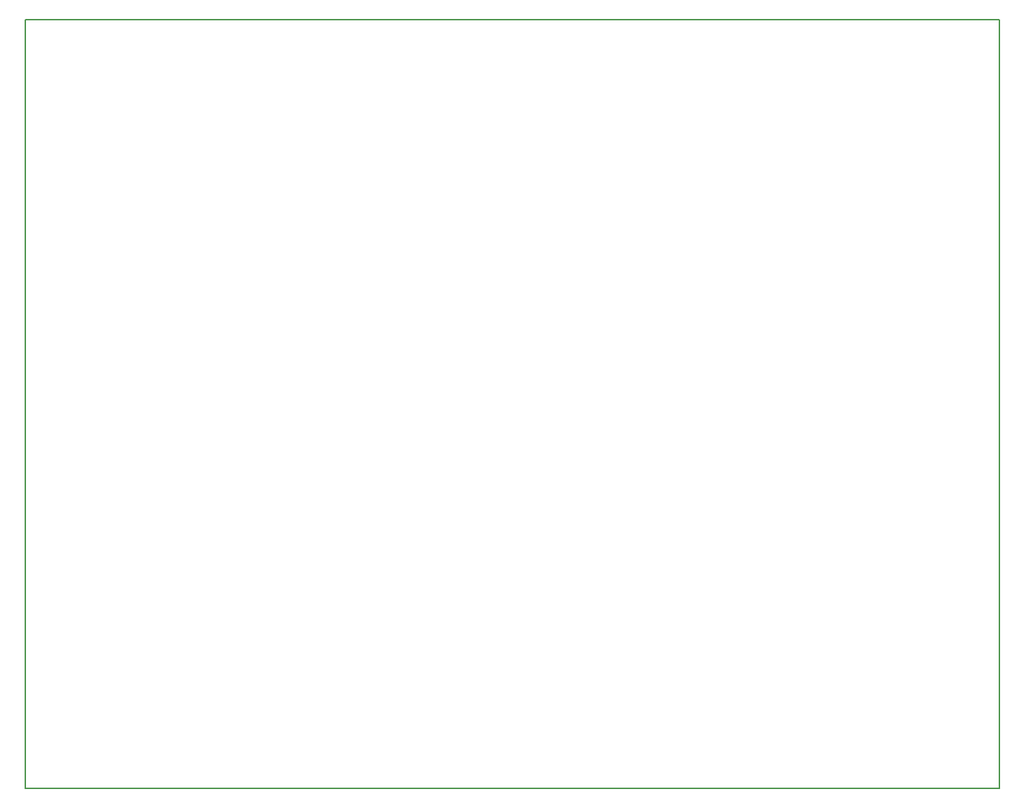
<source format=gbr>
G04 #@! TF.GenerationSoftware,KiCad,Pcbnew,(5.1.6)-1*
G04 #@! TF.CreationDate,2020-06-14T17:11:32+02:00*
G04 #@! TF.ProjectId,fuseboardv4,66757365-626f-4617-9264-76342e6b6963,rev?*
G04 #@! TF.SameCoordinates,Original*
G04 #@! TF.FileFunction,Profile,NP*
%FSLAX46Y46*%
G04 Gerber Fmt 4.6, Leading zero omitted, Abs format (unit mm)*
G04 Created by KiCad (PCBNEW (5.1.6)-1) date 2020-06-14 17:11:32*
%MOMM*%
%LPD*%
G01*
G04 APERTURE LIST*
G04 #@! TA.AperFunction,Profile*
%ADD10C,0.150000*%
G04 #@! TD*
G04 APERTURE END LIST*
D10*
X87630000Y-147320000D02*
X205000000Y-147320000D01*
X205000000Y-54610000D02*
X87630000Y-54610000D01*
X87630000Y-54610000D02*
X87630000Y-147320000D01*
X205000000Y-54610000D02*
X205000000Y-147320000D01*
M02*

</source>
